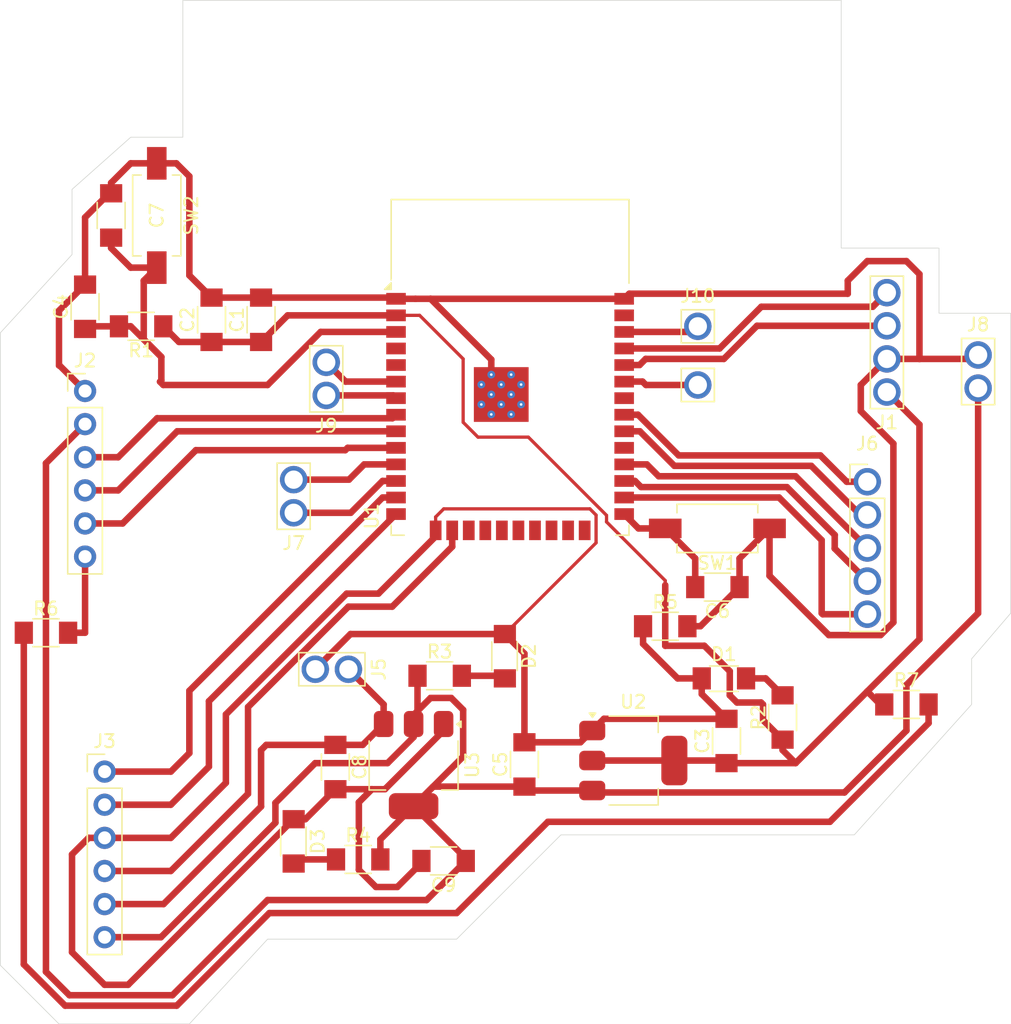
<source format=kicad_pcb>
(kicad_pcb
	(version 20240108)
	(generator "pcbnew")
	(generator_version "8.0")
	(general
		(thickness 1.6)
		(legacy_teardrops no)
	)
	(paper "A4")
	(layers
		(0 "F.Cu" signal)
		(31 "B.Cu" signal)
		(32 "B.Adhes" user "B.Adhesive")
		(33 "F.Adhes" user "F.Adhesive")
		(34 "B.Paste" user)
		(35 "F.Paste" user)
		(36 "B.SilkS" user "B.Silkscreen")
		(37 "F.SilkS" user "F.Silkscreen")
		(38 "B.Mask" user)
		(39 "F.Mask" user)
		(40 "Dwgs.User" user "User.Drawings")
		(41 "Cmts.User" user "User.Comments")
		(42 "Eco1.User" user "User.Eco1")
		(43 "Eco2.User" user "User.Eco2")
		(44 "Edge.Cuts" user)
		(45 "Margin" user)
		(46 "B.CrtYd" user "B.Courtyard")
		(47 "F.CrtYd" user "F.Courtyard")
		(48 "B.Fab" user)
		(49 "F.Fab" user)
		(50 "User.1" user)
		(51 "User.2" user)
		(52 "User.3" user)
		(53 "User.4" user)
		(54 "User.5" user)
		(55 "User.6" user)
		(56 "User.7" user)
		(57 "User.8" user)
		(58 "User.9" user)
	)
	(setup
		(pad_to_mask_clearance 0)
		(allow_soldermask_bridges_in_footprints no)
		(pcbplotparams
			(layerselection 0x00010fc_ffffffff)
			(plot_on_all_layers_selection 0x0000000_00000000)
			(disableapertmacros no)
			(usegerberextensions no)
			(usegerberattributes yes)
			(usegerberadvancedattributes yes)
			(creategerberjobfile yes)
			(dashed_line_dash_ratio 12.000000)
			(dashed_line_gap_ratio 3.000000)
			(svgprecision 4)
			(plotframeref no)
			(viasonmask no)
			(mode 1)
			(useauxorigin no)
			(hpglpennumber 1)
			(hpglpenspeed 20)
			(hpglpendiameter 15.000000)
			(pdf_front_fp_property_popups yes)
			(pdf_back_fp_property_popups yes)
			(dxfpolygonmode yes)
			(dxfimperialunits yes)
			(dxfusepcbnewfont yes)
			(psnegative no)
			(psa4output no)
			(plotreference yes)
			(plotvalue yes)
			(plotfptext yes)
			(plotinvisibletext no)
			(sketchpadsonfab no)
			(subtractmaskfromsilk no)
			(outputformat 1)
			(mirror no)
			(drillshape 1)
			(scaleselection 1)
			(outputdirectory "")
		)
	)
	(net 0 "")
	(net 1 "/VDD33")
	(net 2 "GND")
	(net 3 "/EN")
	(net 4 "/5v")
	(net 5 "/IO0")
	(net 6 "/11v")
	(net 7 "Net-(D1-A)")
	(net 8 "Net-(D2-A)")
	(net 9 "Net-(D3-A)")
	(net 10 "/Rx")
	(net 11 "/Tx")
	(net 12 "/PWMA GPIO32")
	(net 13 "/AIN2 GPIO33")
	(net 14 "/STEP GPIO14")
	(net 15 "/EN GPIO13")
	(net 16 "/DIR GPIO12")
	(net 17 "/SDA GPIO21")
	(net 18 "/SCL GPIO22")
	(net 19 "Net-(J6-Pin_1)")
	(net 20 "Net-(J6-Pin_2)")
	(net 21 "Net-(J6-Pin_4)")
	(net 22 "Net-(J6-Pin_3)")
	(net 23 "Net-(J6-Pin_5)")
	(net 24 "Net-(J7-Pin_1)")
	(net 25 "Net-(J7-Pin_2)")
	(net 26 "/GPIO34")
	(net 27 "/GPIO35")
	(net 28 "unconnected-(U1-SCK{slash}CLK-Pad20)")
	(net 29 "unconnected-(U1-SENSOR_VN-Pad5)")
	(net 30 "unconnected-(U1-SDI{slash}SD1-Pad22)")
	(net 31 "unconnected-(U1-SWP{slash}SD3-Pad18)")
	(net 32 "unconnected-(U1-SDO{slash}SD0-Pad21)")
	(net 33 "unconnected-(U1-SHD{slash}SD2-Pad17)")
	(net 34 "unconnected-(U1-SCS{slash}CMD-Pad19)")
	(net 35 "unconnected-(U1-SENSOR_VP-Pad4)")
	(net 36 "unconnected-(U1-NC-Pad32)")
	(net 37 "unconnected-(U1-IO2-Pad24)")
	(net 38 "unconnected-(U1-IO5-Pad29)")
	(net 39 "unconnected-(U1-IO15-Pad23)")
	(net 40 "unconnected-(U1-IO23-Pad37)")
	(net 41 "/AIN1 GPIO_10")
	(footprint "fab:PinHeader_1x02_P2.54mm_Vertical_THT_D1.4mm" (layer "F.Cu") (at 125.5 91.8 180))
	(footprint "fab:R_1206" (layer "F.Cu") (at 106.5 101))
	(footprint "fab:C_1206" (layer "F.Cu") (at 158.7 109.3 90))
	(footprint "fab:Button_CnK_PTS636.0_6x3.5mm" (layer "F.Cu") (at 158 93 180))
	(footprint "fab:C_1206" (layer "F.Cu") (at 137 118.5 180))
	(footprint "Package_TO_SOT_SMD:SOT-223-3_TabPin2" (layer "F.Cu") (at 134.7 111.15 -90))
	(footprint "fab:Button_CnK_PTS636.0_6x3.5mm" (layer "F.Cu") (at 115 69 -90))
	(footprint "fab:LED_1206" (layer "F.Cu") (at 158.5 104.5))
	(footprint "fab:R_1206" (layer "F.Cu") (at 130.45 118.385))
	(footprint "fab:C_1206" (layer "F.Cu") (at 111.5 69 -90))
	(footprint "fab:R_1206" (layer "F.Cu") (at 163 107.5 90))
	(footprint "fab:R_1206" (layer "F.Cu") (at 154 100.5))
	(footprint "fab:R_1206" (layer "F.Cu") (at 113.8 77.5 180))
	(footprint "fab:PinHeader_1x01_P2.54mm_Vertical_THT_D1.4mm" (layer "F.Cu") (at 156.5 82))
	(footprint "fab:PinHeader_1x02_P2.54mm_Vertical_THT_D1.4mm" (layer "F.Cu") (at 129.7 103.8 -90))
	(footprint "fab:PinHeader_1x02_P2.54mm_Vertical_THT_D1.4mm" (layer "F.Cu") (at 128 82.8 180))
	(footprint "fab:R_1206" (layer "F.Cu") (at 172.5 106.5))
	(footprint "fab:LED_1206" (layer "F.Cu") (at 141.7 102.8 -90))
	(footprint "fab:PinHeader_1x05_P2.54mm_Vertical_THT_D1.4mm" (layer "F.Cu") (at 169.5 89.42))
	(footprint "fab:PinHeader_1x04_P2.54mm_Vertical_THT_D1.4mm" (layer "F.Cu") (at 171 82.54 180))
	(footprint "fab:C_1206" (layer "F.Cu") (at 128.7 111.3 -90))
	(footprint "fab:PinHeader_1x06_P2.54mm_Vertical_THT_D1mm" (layer "F.Cu") (at 111 111.65))
	(footprint "fab:C_1206" (layer "F.Cu") (at 109.5 76 90))
	(footprint "fab:PinHeader_1x06_P2.54mm_Vertical_THT_D1mm" (layer "F.Cu") (at 109.5 82.46))
	(footprint "Package_TO_SOT_SMD:SOT-223-3_TabPin2" (layer "F.Cu") (at 151.55 110.8))
	(footprint "fab:PinHeader_1x02_P2.54mm_Vertical_THT_D1.4mm" (layer "F.Cu") (at 178 79.7))
	(footprint "fab:R_1206" (layer "F.Cu") (at 136.7 104.3))
	(footprint "fab:PinHeader_1x01_P2.54mm_Vertical_THT_D1.4mm" (layer "F.Cu") (at 156.5 77.5))
	(footprint "fab:C_1206" (layer "F.Cu") (at 123 77 90))
	(footprint "fab:LED_1206" (layer "F.Cu") (at 125.5 117 -90))
	(footprint "fab:C_1206" (layer "F.Cu") (at 158 97.5 180))
	(footprint "fab:C_1206" (layer "F.Cu") (at 119.2 77 90))
	(footprint "fab:C_1206" (layer "F.Cu") (at 143.2 111.1 90))
	(footprint "RF_Module:ESP32-WROOM-32" (layer "F.Cu") (at 142.1 83.64))
	(gr_poly
		(pts
			(xy 107.5 131) (xy 117.5 131) (xy 123.5 124.5) (xy 138 124.5) (xy 146 116.5) (xy 168.5 116.5) (xy 177.5 106.5)
			(xy 177.5 103) (xy 180.5 99.5) (xy 180.5 76.5) (xy 175 76.5) (xy 175 71.5) (xy 167.5 71.5) (xy 167.5 52.5)
			(xy 117 52.5) (xy 117 63) (xy 113 63) (xy 108.5 67) (xy 108.5 72) (xy 103 78) (xy 103 101.5) (xy 103 126.5)
		)
		(stroke
			(width 0.05)
			(type solid)
		)
		(fill none)
		(layer "Edge.Cuts")
		(uuid "4d10da87-72f9-4bab-9ab4-0e5f5080f5a6")
	)
	(segment
		(start 174.2 106.5)
		(end 174.2 107.93137)
		(width 0.5)
		(layer "F.Cu")
		(net 1)
		(uuid "0c7692ba-b9eb-47d4-b42b-422073658762")
	)
	(segment
		(start 158.95 103.95)
		(end 158.95 105.8)
		(width 0.5)
		(layer "F.Cu")
		(net 1)
		(uuid "0c9c7d6f-6d46-4d7b-864c-266d6c1c1517")
	)
	(segment
		(start 139.64 86)
		(end 138.5 84.86)
		(width 0.25)
		(layer "F.Cu")
		(net 1)
		(uuid "0d84fc1d-2494-43c7-9cc3-145cec328718")
	)
	(segment
		(start 154 97.35)
		(end 154 102)
		(width 0.5)
		(layer "F.Cu")
		(net 1)
		(uuid "134df48d-81ca-46ca-99e5-4ed8a2c091d4")
	)
	(segment
		(start 135.16 76.66)
		(end 133.35 76.66)
		(width 0.25)
		(layer "F.Cu")
		(net 1)
		(uuid "1556d7ac-6617-4a50-baf5-22e20dfafb32")
	)
	(segment
		(start 161.35 106.35)
		(end 161.5 106.5)
		(width 0.5)
		(layer "F.Cu")
		(net 1)
		(uuid "16c2af19-0244-4d97-a427-89ae3cf743df")
	)
	(segment
		(start 149.5 92)
		(end 143.5 86)
		(width 0.25)
		(layer "F.Cu")
		(net 1)
		(uuid "200c5b39-9af1-4a47-a495-b877f88baae8")
	)
	(segment
		(start 164 111)
		(end 169.5 105.5)
		(width 0.5)
		(layer "F.Cu")
		(net 1)
		(uuid "21f4fa2a-d6ad-43bd-b212-7573ef0eb6c7")
	)
	(segment
		(start 158.5 110.8)
		(end 158.7 111)
		(width 0.5)
		(layer "F.Cu")
		(net 1)
		(uuid "3087ca27-55d7-414b-8de8-144f965aac5a")
	)
	(segment
		(start 158.7 111)
		(end 164 111)
		(width 0.5)
		(layer "F.Cu")
		(net 1)
		(uuid "3c050c06-6229-4acb-86b3-024dd9f28412")
	)
	(segment
		(start 123 78.7)
		(end 119.2 78.7)
		(width 0.5)
		(layer "F.Cu")
		(net 1)
		(uuid "3feed448-b6bc-4a3e-85d8-62a966ef2c01")
	)
	(segment
		(start 125.04 76.66)
		(end 123 78.7)
		(width 0.5)
		(layer "F.Cu")
		(net 1)
		(uuid "48f6da81-0d07-4c93-9290-03e4b8dfa98c")
	)
	(segment
		(start 154 102)
		(end 157 102)
		(width 0.5)
		(layer "F.Cu")
		(net 1)
		(uuid "4922f7c9-6608-4bfc-aafe-41cb68601215")
	)
	(segment
		(start 148.4 110.8)
		(end 154.7 110.8)
		(width 0.5)
		(layer "F.Cu")
		(net 1)
		(uuid "4a08177f-edfa-4d75-9ba8-8d12aecaa952")
	)
	(segment
		(start 158.95 105.8)
		(end 159.5 106.35)
		(width 0.5)
		(layer "F.Cu")
		(net 1)
		(uuid "4d9db21d-1a7e-48a0-9ab8-614ab32dd7c9")
	)
	(segment
		(start 154 97)
		(end 149.5 92.5)
		(width 0.25)
		(layer "F.Cu")
		(net 1)
		(uuid "500f4736-8efd-41e0-9f65-dfa713d4922b")
	)
	(segment
		(start 173.5 85.04)
		(end 171 82.54)
		(width 0.5)
		(layer "F.Cu")
		(net 1)
		(uuid "55e549d9-46ad-4103-942a-33f604ef2a05")
	)
	(segment
		(start 163 110)
		(end 164 111)
		(width 0.5)
		(layer "F.Cu")
		(net 1)
		(uuid "5a0de884-4939-4391-9dc0-53643120020f")
	)
	(segment
		(start 107.96863 129.6)
		(end 104.8 126.43137)
		(width 0.5)
		(layer "F.Cu")
		(net 1)
		(uuid "5dc848da-c6dd-4426-88a9-40770cfd4742")
	)
	(segment
		(start 154 97.35)
		(end 154 97)
		(width 0.25)
		(layer "F.Cu")
		(net 1)
		(uuid "6d3b4c96-3a0f-4386-a71f-49527a746b1a")
	)
	(segment
		(start 170.5 106.5)
		(end 169.5 105.5)
		(width 0.5)
		(layer "F.Cu")
		(net 1)
		(uuid "6ff18b44-c17f-43ed-a0e2-dd1a23e0d418")
	)
	(segment
		(start 123.63137 122.5)
		(end 116.53137 129.6)
		(width 0.5)
		(layer "F.Cu")
		(net 1)
		(uuid "718b1f69-30d1-4214-869c-5b68dbe2ea93")
	)
	(segment
		(start 169.5 105.5)
		(end 173.5 101.5)
		(width 0.5)
		(layer "F.Cu")
		(net 1)
		(uuid "720a9f01-58da-4548-bd97-96034da6606c")
	)
	(segment
		(start 143.5 86)
		(end 139.64 86)
		(width 0.25)
		(layer "F.Cu")
		(net 1)
		(uuid "7f5fc173-1be3-44e5-931e-9e3b5c6cdfb5")
	)
	(segment
		(start 109.5 101)
		(end 109.5 95.16)
		(width 0.5)
		(layer "F.Cu")
		(net 1)
		(uuid "8819e3c0-0b9d-41d0-a1c3-777cfa242748")
	)
	(segment
		(start 163 109.2)
		(end 163 110)
		(width 0.5)
		(layer "F.Cu")
		(net 1)
		(uuid "92aa6d97-12f3-4ea5-9f16-4318141ee33d")
	)
	(segment
		(start 138.5 80)
		(end 135.16 76.66)
		(width 0.25)
		(layer "F.Cu")
		(net 1)
		(uuid "98c307f0-f594-472b-83c7-51502cbe0d1c")
	)
	(segment
		(start 166.63137 115.5)
		(end 145 115.5)
		(width 0.5)
		(layer "F.Cu")
		(net 1)
		(uuid "990c8640-d689-465f-9218-f12e2277a59a")
	)
	(segment
		(start 159.5 106.35)
		(end 161.35 106.35)
		(width 0.5)
		(layer "F.Cu")
		(net 1)
		(uuid "a46225ab-0aea-4141-bcbe-ff30b9247e55")
	)
	(segment
		(start 161.5 107.7)
		(end 163 109.2)
		(width 0.5)
		(layer "F.Cu")
		(net 1)
		(uuid "abbbad42-23b2-4725-adcc-6ce0714c8d34")
	)
	(segment
		(start 157 102)
		(end 158.95 103.95)
		(width 0.5)
		(layer "F.Cu")
		(net 1)
		(uuid "b17ae017-8222-4c24-ad6d-d7095a7584d0")
	)
	(segment
		(start 109.5 101)
		(end 108.2 101)
		(width 0.5)
		(layer "F.Cu")
		(net 1)
		(uuid "b2014520-c204-471c-9a54-3e6d14d95851")
	)
	(segment
		(start 170.8 106.5)
		(end 170.5 106.5)
		(width 0.5)
		(layer "F.Cu")
		(net 1)
		(uuid "b4a58634-1ceb-48fe-8218-6552ad4358b1")
	)
	(segment
		(start 119.2 78.7)
		(end 116.7 78.7)
		(width 0.5)
		(layer "F.Cu")
		(net 1)
		(uuid "bd0e8c3a-ed43-40f8-91a5-750b464f42ae")
	)
	(segment
		(start 173.5 101.5)
		(end 173.5 85.04)
		(width 0.5)
		(layer "F.Cu")
		(net 1)
		(uuid "c61a0372-1760-4422-849e-dac6329fc70f")
	)
	(segment
		(start 138.5 84.86)
		(end 138.5 80)
		(width 0.25)
		(layer "F.Cu")
		(net 1)
		(uuid "c832ac71-0085-4b55-9d55-1ad2214cd284")
	)
	(segment
		(start 119.04 78.54)
		(end 119.2 78.7)
		(width 0.5)
		(layer "F.Cu")
		(net 1)
		(uuid "cb700aa0-62d7-4ddd-92d3-7ee5ce3c9006")
	)
	(segment
		(start 161.5 106.5)
		(end 161.5 107.7)
		(width 0.5)
		(layer "F.Cu")
		(net 1)
		(uuid "d2ae0f06-edd2-445c-a3b8-470b14ed14e2")
	)
	(segment
		(start 149.5 92.5)
		(end 149.5 92)
		(width 0.25)
		(layer "F.Cu")
		(net 1)
		(uuid "d4c6f9d6-72ed-4708-947e-6374d928f379")
	)
	(segment
		(start 138 122.5)
		(end 123.63137 122.5)
		(width 0.5)
		(layer "F.Cu")
		(net 1)
		(uuid "d5aaf3fc-295d-4e22-94a2-9ad946d67b5e")
	)
	(segment
		(start 116.53137 129.6)
		(end 107.96863 129.6)
		(width 0.5)
		(layer "F.Cu")
		(net 1)
		(uuid "d7ab9d20-f26b-4762-ab9a-e0bb8c90f36f")
	)
	(segment
		(start 174.2 107.93137)
		(end 166.63137 115.5)
		(width 0.5)
		(layer "F.Cu")
		(net 1)
		(uuid "d7c20aa0-df5d-4420-9faf-f0e2242e3b08")
	)
	(segment
		(start 145 115.5)
		(end 138 122.5)
		(width 0.5)
		(layer "F.Cu")
		(net 1)
		(uuid "eb980c99-b7a6-48c1-ba82-ab71a7ef61bf")
	)
	(segment
		(start 104.8 126.43137)
		(end 104.8 101)
		(width 0.5)
		(layer "F.Cu")
		(net 1)
		(uuid "f2e0f66b-e692-4355-a3c4-42f38aa47a27")
	)
	(segment
		(start 154.7 110.8)
		(end 158.5 110.8)
		(width 0.5)
		(layer "F.Cu")
		(net 1)
		(uuid "f501bf74-024c-41cb-bfe1-36d7c5994c81")
	)
	(segment
		(start 116.7 78.7)
		(end 115.5 77.5)
		(width 0.5)
		(layer "F.Cu")
		(net 1)
		(uuid "fe2484b3-b375-4880-81c2-6b8ff1d041db")
	)
	(segment
		(start 133.35 76.66)
		(end 125.04 76.66)
		(width 0.5)
		(layer "F.Cu")
		(net 1)
		(uuid "ffb446c3-5300-46b3-92cd-acf6cfa946b0")
	)
	(segment
		(start 159.7 97.5)
		(end 159.7 95.3)
		(width 0.5)
		(layer "F.Cu")
		(net 2)
		(uuid "001d4595-2f3d-404d-8de7-2405d4dc8645")
	)
	(segment
		(start 133.26 75.3)
		(end 133.35 75.39)
		(width 0.5)
		(layer "F.Cu")
		(net 2)
		(uuid "094d589e-ce77-428b-ada3-94697cf498fc")
	)
	(segment
		(start 107.5 80.5)
		(end 107.5 76.3)
		(width 0.5)
		(layer "F.Cu")
		(net 2)
		(uuid "0bacd60c-882f-4667-8669-3ffa5ef7519a")
	)
	(segment
		(start 172.5 72.5)
		(end 173.5 73.5)
		(width 0.5)
		(layer "F.Cu")
		(net 2)
		(uuid "11ab83e5-f27d-41de-9362-1d055327f3e3")
	)
	(segment
		(start 131.815 120.5)
		(end 130.5 119.185)
		(width 0.5)
		(layer "F.Cu")
		(net 2)
		(uuid "1a36c487-251c-4afc-acbb-ba07797899fd")
	)
	(segment
		(start 111 128)
		(end 112.8 128)
		(width 0.5)
		(layer "F.Cu")
		(net 2)
		(uuid "1e8e59c1-338d-4145-84e2-01d6e8f5bd3a")
	)
	(segment
		(start 128.7 113)
		(end 131.5 113)
		(width 0.5)
		(layer "F.Cu")
		(net 2)
		(uuid "24353474-e9ad-4012-9b30-d1ed4545b32f")
	)
	(segment
		(start 126.4 115.3)
		(end 128.7 113)
		(width 0.5)
		(layer "F.Cu")
		(net 2)
		(uuid "2531814f-9ba7-496a-83e4-df4c112d688c")
	)
	(segment
		(start 162 96.63137)
		(end 166.548629 101.18)
		(width 0.5)
		(layer "F.Cu")
		(net 2)
		(uuid "27d0bbee-b84a-49d4-9f4c-e333dd4e3d28")
	)
	(segment
		(start 113 65)
		(end 111.5 66.5)
		(width 0.5)
		(layer "F.Cu")
		(net 2)
		(uuid "2a163327-4741-4b6e-99bc-1b9a4abb0733")
	)
	(segment
		(start 177.7 80)
		(end 178 79.7)
		(width 0.5)
		(layer "F.Cu")
		(net 2)
		(uuid "2afd362c-b1e4-4a5a-8cc4-1fbbfa70309e")
	)
	(segment
		(start 143.2 109.4)
		(end 147.5 109.4)
		(width 0.5)
		(layer "F.Cu")
		(net 2)
		(uuid "2c50f358-db58-41da-8781-1ea8428d9acf")
	)
	(segment
		(start 151.24 75)
		(end 168 75)
		(width 0.5)
		(layer "F.Cu")
		(net 2)
		(uuid "2ea950c4-d9de-41c1-8301-53961c261852")
	)
	(segment
		(start 171 80)
		(end 173.5 80)
		(width 0.5)
		(layer "F.Cu")
		(net 2)
		(uuid "3035a4f9-6c69-4f00-9ef4-95ccf40c5879")
	)
	(segment
		(start 156.8 105.7)
		(end 158.7 107.6)
		(width 0.5)
		(layer "F.Cu")
		(net 2)
		(uuid "321aea94-d934-40a5-8a61-b6cca000c6eb")
	)
	(segment
		(start 148.695 94.105)
		(end 141.7 101.1)
		(width 0.25)
		(layer "F.Cu")
		(net 2)
		(uuid "384256a7-6d87-4eed-8186-180f5efe5ae7")
	)
	(segment
		(start 129.86 101.1)
		(end 127.16 103.8)
		(width 0.5)
		(layer "F.Cu")
		(net 2)
		(uuid "3917cbdd-3825-4785-87b2-5b2a7586c83e")
	)
	(segment
		(start 125.5 115.3)
		(end 126.4 115.3)
		(width 0.5)
		(layer "F.Cu")
		(net 2)
		(uuid "39d04a74-6f9b-4140-9bcc-4b65ba66545e")
	)
	(segment
		(start 120.3 107.265888)
		(end 129.565888 98)
		(width 0.5)
		(layer "F.Cu")
		(net 2)
		(uuid "3bbe1b26-8d86-434b-b484-aea5adee4f1a")
	)
	(segment
		(start 123 75.3)
		(end 133.26 75.3)
		(width 0.5)
		(layer "F.Cu")
		(net 2)
		(uuid "3d601e1c-98da-4c09-8228-1aad8b1fc154")
	)
	(segment
		(start 159.7 95.3)
		(end 162 93)
		(width 0.5)
		(layer "F.Cu")
		(net 2)
		(uuid "3ef15d26-e46c-4d5b-b9b4-2ccf2ac44f37")
	)
	(segment
		(start 111.5 66.5)
		(end 111.5 67.3)
		(width 0.5)
		(layer "F.Cu")
		(net 2)
		(uuid "3f185d94-23eb-4159-afa5-20265d21778a")
	)
	(segment
		(start 141.9 101.1)
		(end 141.7 101.1)
		(width 0.5)
		(layer "F.Cu")
		(net 2)
		(uuid "41eb20c2-7a3d-44b1-87ac-f2580eab0835")
	)
	(segment
		(start 119.2 75.3)
		(end 123 75.3)
		(width 0.5)
		(layer "F.Cu")
		(net 2)
		(uuid "433f40fc-8f8b-4096-8097-5c81c548db61")
	)
	(segment
		(start 127.16 103.8)
		(end 127 103.96)
		(width 0.5)
		(layer "F.Cu")
		(net 2)
		(uuid "444dcade-2d05-4c54-9d07-5599ef318e43")
	)
	(segment
		(start 140.6575 81.205)
		(end 140.6575 80.0475)
		(width 0.5)
		(layer "F.Cu")
		(net 2)
		(uuid "455ea4da-6095-46dd-920a-f744bf606985")
	)
	(segment
		(start 130.5 114)
		(end 131.5 113)
		(width 0.5)
		(layer "F.Cu")
		(net 2)
		(uuid "467fbb9d-1963-464f-945e-b5c12f056926")
	)
	(segment
		(start 117.5 73.593554)
		(end 117.5 66)
		(width 0.5)
		(layer "F.Cu")
		(net 2)
		(uuid "4752b462-06c6-409c-9306-d22fd92297b9")
	)
	(segment
		(start 136.39 93.15)
		(end 136.39 92.12)
		(width 0.25)
		(layer "F.Cu")
		(net 2)
		(uuid "47aa293c-5e10-45a0-a4e6-1162f0df47d0")
	)
	(segment
		(start 173.5 80)
		(end 177.7 80)
		(width 0.5)
		(layer "F.Cu")
		(net 2)
		(uuid "55d11ca2-bb8e-4db2-917c-3439906483f1")
	)
	(segment
		(start 135.3 118.65)
		(end 133.45 120.5)
		(width 0.5)
		(layer "F.Cu")
		(net 2)
		(uuid "5a0f6acc-f91e-4b16-aa98-a3e3bf634ffa")
	)
	(segment
		(start 109.77 116.73)
		(end 108.5 118)
		(width 0.5)
		(layer "F.Cu")
		(net 2)
		(uuid "616236e9-cc4c-406c-bf9a-07787fcdf4dd")
	)
	(segment
		(start 116.08 116.73)
		(end 120.3 112.51)
		(width 0.5)
		(layer "F.Cu")
		(net 2)
		(uuid "647daa74-7636-46a3-8d0c-5155053cc35d")
	)
	(segment
		(start 111 116.73)
		(end 109.77 116.73)
		(width 0.5)
		(layer "F.Cu")
		(net 2)
		(uuid "69af2d62-3838-46ff-a767-9e2dbe0f0f7d")
	)
	(segment
		(start 171.5 100.2)
		(end 171.5 86.5)
		(width 0.5)
		(layer "F.Cu")
		(net 2)
		(uuid "6d05fb67-c474-4b26-81c3-29fae2c36ddf")
	)
	(segment
		(start 152.3 101.85)
		(end 154.95 104.5)
		(width 0.5)
		(layer "F.Cu")
		(net 2)
		(uuid "6da98e2a-e178-4b83-b9aa-8892e5b861cf")
	)
	(segment
		(start 168 75)
		(end 168 74)
		(width 0.5)
		(layer "F.Cu")
		(net 2)
		(uuid "6fc6436b-88ed-4180-b587-1660858a8a50")
	)
	(segment
		(start 152.3 100.5)
		(end 152.3 101.85)
		(width 0.5)
		(layer "F.Cu")
		(net 2)
		(uuid "70bba9d9-08ac-43c1-b931-c4a7da69be98")
	)
	(segment
		(start 166.548629 101.18)
		(end 170.52 101.18)
		(width 0.5)
		(layer "F.Cu")
		(net 2)
		(uuid "71820258-a170-4031-ab7e-2ad215789ae9")
	)
	(segment
		(start 109.5 69.15)
		(end 109.5 74.3)
		(width 0.5)
		(layer "F.Cu")
		(net 2)
		(uuid "74003146-4723-4149-9fbf-499ea5ede848")
	)
	(segment
		(start 119.2 75.293554)
		(end 117.5 73.593554)
		(width 0.5)
		(layer "F.Cu")
		(net 2)
		(uuid "794e00b6-5b0a-418d-9e9b-14d79f13a135")
	)
	(segment
		(start 116.5 65)
		(end 115 65)
		(width 0.5)
		(layer "F.Cu")
		(net 2)
		(uuid "8059776c-a741-4490-8a08-a075ac8e9863")
	)
	(segment
		(start 115 65)
		(end 113 65)
		(width 0.5)
		(layer "F.Cu")
		(net 2)
		(uuid "82a640e7-a1b8-47af-9862-9a9d3e5ca54f")
	)
	(segment
		(start 119.2 75.3)
		(end 119.2 75.293554)
		(width 0.5)
		(layer "F.Cu")
		(net 2)
		(uuid "839a4247-806a-4306-a7c3-5f67c83ae976")
	)
	(segment
		(start 162 93)
		(end 162 96.63137)
		(width 0.5)
		(layer "F.Cu")
		(net 2)
		(uuid "85594e6e-287d-40d5-9b0e-2d1025be5862")
	)
	(segment
		(start 169 82)
		(end 171 80)
		(width 0.5)
		(layer "F.Cu")
		(net 2)
		(uuid "89fb9de4-46de-4f25-8236-1e82fc3ce1ac")
	)
	(segment
		(start 141.7 101.1)
		(end 143.2 102.6)
		(width 0.5)
		(layer "F.Cu")
		(net 2)
		(uuid "91eb0a50-f191-497a-af0e-1e0353b123c7")
	)
	(segment
		(start 120.3 112.51)
		(end 120.3 107.265888)
		(width 0.5)
		(layer "F.Cu")
		(net 2)
		(uuid "92ba7f55-6867-4aea-9f69-29cc0c2a4264")
	)
	(segment
		(start 130.5 119.185)
		(end 130.5 114)
		(width 0.5)
		(layer "F.Cu")
		(net 2)
		(uuid "951c6f6e-367a-4c84-98df-b95bacb05ac9")
	)
	(segment
		(start 108.5 118)
		(end 108.5 125.5)
		(width 0.5)
		(layer "F.Cu")
		(net 2)
		(uuid "953a505b-7af2-4abf-9f8e-fb0775b453d1")
	)
	(segment
		(start 134.8425 75.39)
		(end 133.35 75.39)
		(width 0.5)
		(layer "F.Cu")
		(net 2)
		(uuid "95406ad3-603c-41d9-9ffb-8fda994ca89b")
	)
	(segment
		(start 137.01 91.5)
		(end 148.22 91.5)
		(width 0.25)
		(layer "F.Cu")
		(net 2)
		(uuid "955d37b7-a214-4c49-88cf-faad37707e56")
	)
	(segment
		(start 168 74)
		(end 169.5 72.5)
		(width 0.5)
		(layer "F.Cu")
		(net 2)
		(uuid "95af6962-2813-4884-aeed-463856fa5a19")
	)
	(segment
		(start 107.5 76.3)
		(end 109.5 74.3)
		(width 0.5)
		(layer "F.Cu")
		(net 2)
		(uuid "a2a4b302-58e5-4334-bbc0-dd543ee7b2ce")
	)
	(segment
		(start 141.7 101.1)
		(end 129.86 101.1)
		(width 0.5)
		(layer "F.Cu")
		(net 2)
		(uuid "a66941d0-9994-4228-9619-da03b17fd088")
	)
	(segment
		(start 117.5 66)
		(end 116.5 65)
		(width 0.5)
		(layer "F.Cu")
		(net 2)
		(uuid "a944cf2d-d025-4ff4-b2b0-f3d8d43d624b")
	)
	(segment
		(start 133.45 120.5)
		(end 131.815 120.5)
		(width 0.5)
		(layer "F.Cu")
		(net 2)
		(uuid "aa69bed7-3e7d-48cb-b6b8-fd71af233244")
	)
	(segment
		(start 131.5 113)
		(end 132.5 113)
		(width 0.5)
		(layer "F.Cu")
		(net 2)
		(uuid "b0786bf8-75fb-4671-bfa0-6a5222c124aa")
	)
	(segment
		(start 170.52 101.18)
		(end 171.5 100.2)
		(width 0.5)
		(layer "F.Cu")
		(net 2)
		(uuid "b11fbfad-20e9-4a10-b55c-0421d2db3413")
	)
	(segment
		(start 156.8 104.5)
		(end 156.8 105.7)
		(width 0.5)
		(layer "F.Cu")
		(net 2)
		(uuid "ba403ea6-a2e7-40e9-820f-c0834ddc4a20")
	)
	(segment
		(start 132 98)
		(end 136.39 93.61)
		(width 0.5)
		(layer "F.Cu")
		(net 2)
		(uuid "bc7ee353-c6ca-49db-80f9-b282fb009fe1")
	)
	(segment
		(start 108.5 125.5)
		(end 111 128)
		(width 0.5)
		(layer "F.Cu")
		(net 2)
		(uuid "bc97b295-f310-4f55-a7ef-a4831587f410")
	)
	(segment
		(start 111.5 67.3)
		(end 111.35 67.3)
		(width 0.5)
		(layer "F.Cu")
		(net 2)
		(uuid "bd600177-e8a5-4381-8363-120c2fa8d529")
	)
	(segment
		(start 149.3 107.6)
		(end 148.4 108.5)
		(width 0.5)
		(layer "F.Cu")
		(net 2)
		(uuid "c0ac1843-1e87-4903-a675-cb3543beb39d")
	)
	(segment
		(start 136.39 92.12)
		(end 137.01 91.5)
		(width 0.25)
		(layer "F.Cu")
		(net 2)
		(uuid "c0c2b93f-fc29-40c5-9a3b-70e4513f1f25")
	)
	(segment
		(start 148.695 91.975)
		(end 148.695 94.105)
		(width 0.25)
		(layer "F.Cu")
		(net 2)
		(uuid "c5284963-2949-439a-8a18-e0a0f4f92724")
	)
	(segment
		(start 150.85 75.39)
		(end 136 75.39)
		(width 0.5)
		(layer "F.Cu")
		(net 2)
		(uuid "ca1edddd-c1f2-43b1-92db-55387c0931ea")
	)
	(segment
		(start 111 116.73)
		(end 116.08 116.73)
		(width 0.5)
		(layer "F.Cu")
		(net 2)
		(uuid "cac6998a-e1a7-4305-800a-b4f62c61cbe1")
	)
	(segment
		(start 156.7 100.5)
		(end 159.7 97.5)
		(width 0.5)
		(layer "F.Cu")
		(net 2)
		(uuid "cb5ca3a4-7651-4795-a5b3-451156228f0b")
	)
	(segment
		(start 109.5 82.46)
		(end 107.54 80.5)
		(width 0.5)
		(layer "F.Cu")
		(net 2)
		(uuid "ce02c792-2bcc-4965-9164-84b62c2ac505")
	)
	(segment
		(start 132.5 113)
		(end 137 108.5)
		(width 0.5)
		(layer "F.Cu")
		(net 2)
		(uuid "d6cbe650-0bc0-4167-9375-9a833c730835")
	)
	(segment
		(start 136.39 93.61)
		(end 136.39 93.15)
		(width 0.5)
		(layer "F.Cu")
		(net 2)
		(uuid "d7717a6c-814d-4f01-b77e-78c145cb9f09")
	)
	(segment
		(start 143.2 102.6)
		(end 143.2 109.4)
		(width 0.5)
		(layer "F.Cu")
		(net 2)
		(uuid "d78b730d-dd7b-4e42-8696-4541c8bc0ac1")
	)
	(segment
		(start 155.7 100.5)
		(end 156.7 100.5)
		(width 0.5)
		(layer "F.Cu")
		(net 2)
		(uuid "d85b0d03-0c3b-496f-91b8-678fb572118e")
	)
	(segment
		(start 111.35 67.3)
		(end 109.5 69.15)
		(width 0.5)
		(layer "F.Cu")
		(net 2)
		(uuid "dda85706-96c6-4c54-ad30-4c394a14413f")
	)
	(segment
		(start 147.5 109.4)
		(end 148.4 108.5)
		(width 0.5)
		(layer "F.Cu")
		(net 2)
		(uuid "df93a33f-fb5a-4e5a-b471-81b52d5752e3")
	)
	(segment
		(start 150.85 75.39)
		(end 151.24 75)
		(width 0.5)
		(layer "F.Cu")
		(net 2)
		(uuid "e2126e48-feef-42d6-9c2c-bf645d3b0a1a")
	)
	(segment
		(start 171.5 86.5)
		(end 169 84)
		(width 0.5)
		(layer "F.Cu")
		(net 2)
		(uuid "e2cc9c6b-75d7-4168-b578-9ee7f5474661")
	)
	(segment
		(start 136 75.39)
		(end 134.8425 75.39)
		(width 0.5)
		(layer "F.Cu")
		(net 2)
		(uuid "e47d7af9-31c1-484e-b707-9455ff7563a8")
	)
	(segment
		(start 129.565888 98)
		(end 132 98)
		(width 0.5)
		(layer "F.Cu")
		(net 2)
		(uuid "ef50f548-57c5-4f3b-8afb-3269a6aaee6b")
	)
	(segment
		(start 173.5 73.5)
		(end 173.5 80)
		(width 0.5)
		(layer "F.Cu")
		(net 2)
		(uuid "ef5c353a-c99c-4ebf-9d25-c1a507411683")
	)
	(segment
		(start 140.6575 80.0475)
		(end 136 75.39)
		(width 0.5)
		(layer "F.Cu")
		(net 2)
		(uuid "f70102f1-5759-4ec9-a5c7-c037a6691f4f")
	)
	(segment
		(start 148.22 91.5)
		(end 148.695 91.975)
		(width 0.25)
		(layer "F.Cu")
		(net 2)
		(uuid "f7d3e6b4-c732-43e6-a94c-1188ea4f82cf")
	)
	(segment
		(start 158.7 107.6)
		(end 149.3 107.6)
		(width 0.5)
		(layer "F.Cu")
		(net 2)
		(uuid "f7da61b1-e79f-4c8f-bf4a-3007467bf646")
	)
	(segment
		(start 154.95 104.5)
		(end 156.8 104.5)
		(width 0.5)
		(layer "F.Cu")
		(net 2)
		(uuid "f811d6a9-3622-490f-a8b2-eac861f0d3db")
	)
	(segment
		(start 135.3 118.5)
		(end 135.3 118.65)
		(width 0.5)
		(layer "F.Cu")
		(net 2)
		(uuid "f81dbcb6-3ddb-4e84-a0f9-cc306576b33a")
	)
	(segment
		(start 112.8 128)
		(end 125.5 115.3)
		(width 0.5)
		(layer "F.Cu")
		(net 2)
		(uuid "f83e48e8-69f3-4547-9282-712aea0aa2ff")
	)
	(segment
		(start 107.54 80.5)
		(end 107.5 80.5)
		(width 0.5)
		(layer "F.Cu")
		(net 2)
		(uuid "f9e9e1c8-819a-45e0-89c4-3f3592b15a71")
	)
	(segment
		(start 169 84)
		(end 169 82)
		(width 0.5)
		(layer "F.Cu")
		(net 2)
		(uuid "fb75a861-1099-4e05-8e5d-5f49635e8683")
	)
	(segment
		(start 169.5 72.5)
		(end 172.5 72.5)
		(width 0.5)
		(layer "F.Cu")
		(net 2)
		(uuid "fd1d793b-7c84-4e14-8e56-c3cd437993ea")
	)
	(segment
		(start 137 108.5)
		(end 137 108)
		(width 0.5)
		(layer "F.Cu")
		(net 2)
		(uuid "ffae80da-344c-4917-a991-a3956df2a254")
	)
	(segment
		(start 115.25 81.75)
		(end 115.35 81.65)
		(width 0.5)
		(layer "F.Cu")
		(net 3)
		(uuid "0740ddba-d21d-4896-802c-c9b826bb81f5")
	)
	(segment
		(start 111.5 71.5)
		(end 111.5 70.7)
		(width 0.5)
		(layer "F.Cu")
		(net 3)
		(uuid "12ab6ef3-e3a0-4d30-939c-68f9cbedd8af")
	)
	(segment
		(start 109.7 77.5)
		(end 109.5 77.7)
		(width 0.5)
		(layer "F.Cu")
		(net 3)
		(uuid "17113878-12ca-4356-af62-291e2ef85c69")
	)
	(segment
		(start 112.1 77.5)
		(end 113 77.5)
		(width 0.5)
		(layer "F.Cu")
		(net 3)
		(uuid "1c7f9596-6d76-4b40-954a-5041163cd29b")
	)
	(segment
		(start 115.25 81.75)
		(end 115.5 82)
		(width 0.5)
		(layer "F.Cu")
		(net 3)
		(uuid "56dc108f-80f8-4aab-8bae-acfdd630ff8f")
	)
	(segment
		(start 127.57 77.93)
		(end 133.35 77.93)
		(width 0.5)
		(layer "F.Cu")
		(net 3)
		(uuid "67b133eb-f3db-4120-8f7a-0e216a2a82de")
	)
	(segment
		(start 115.35 81.65)
		(end 115.35 79.85)
		(width 0.5)
		(layer "F.Cu")
		(net 3)
		(uuid "8502f61f-0550-4b02-baed-0b0bda937e6e")
	)
	(segment
		(start 113 73)
		(end 111.5 71.5)
		(width 0.5)
		(layer "F.Cu")
		(net 3)
		(uuid "8c8273ba-1aee-4a8d-9c35-42356f4a2ffb")
	)
	(segment
		(start 115 73)
		(end 113 73)
		(width 0.5)
		(layer "F.Cu")
		(net 3)
		(uuid "90f6fbd2-ff42-4054-a4cc-d78119ca3349")
	)
	(segment
		(start 115.5 82)
		(end 123.5 82)
		(width 0.5)
		(layer "F.Cu")
		(net 3)
		(uuid "9a79314c-35c4-4de2-8f43-f0b23ec91e80")
	)
	(segment
		(start 114 78.5)
		(end 115.35 79.85)
		(width 0.5)
		(layer "F.Cu")
		(net 3)
		(uuid "ae0fb186-ea33-4593-94ec-7ba578d31491")
	)
	(segment
		(start 123.5 82)
		(end 127.57 77.93)
		(width 0.5)
		(layer "F.Cu")
		(net 3)
		(uuid "be006e14-2b78-4c48-8f2d-56aa89067c4c")
	)
	(segment
		(start 113 77.5)
		(end 115.35 79.85)
		(width 0.5)
		(layer "F.Cu")
		(net 3)
		(uuid "e1145cc1-57be-4355-b11c-652de1a28e6d")
	)
	(segment
		(start 114 74)
		(end 114 78.5)
		(width 0.5)
		(layer "F.Cu")
		(net 3)
		(uuid "e47ddafd-020d-400c-b126-a530afa9c3d9")
	)
	(segment
		(start 115 73)
		(end 114 74)
		(width 0.5)
		(layer "F.Cu")
		(net 3)
		(uuid "e5d70bd2-b01a-4f13-ab81-5ab4d4ad0f79")
	)
	(segment
		(start 112.1 77.5)
		(end 109.7 77.5)
		(width 0.5)
		(layer "F.Cu")
		(net 3)
		(uuid "f6aaa94a-01ef-4b68-9768-9c8e30296f8d")
	)
	(segment
		(start 134.7 107.3)
		(end 136 106)
		(width 0.5)
		(layer "F.Cu")
		(net 4)
		(uuid "00d0e29f-f0f7-41e6-ae5b-14c3360683a9")
	)
	(segment
		(start 172.5 105)
		(end 178 99.5)
		(width 0.5)
		(layer "F.Cu")
		(net 4)
		(uuid "04ac8b12-50da-48dc-b01a-3bf8c5b0910e")
	)
	(segment
		(start 132.15 118.385)
		(end 132.15 116.85)
		(width 0.5)
		(layer "F.Cu")
		(net 4)
		(uuid "0aabba98-e5fa-4635-8308-8a052f45a0d1")
	)
	(segment
		(start 132.15 116.85)
		(end 134.7 114.3)
		(width 0.5)
		(layer "F.Cu")
		(net 4)
		(uuid "0b644b5f-70df-406e-8233-9c5549f01538")
	)
	(segment
		(start 123.5 121.5)
		(end 135.7 121.5)
		(width 0.5)
		(layer "F.Cu")
		(net 4)
		(uuid "0d07ee1b-52d8-4cc4-9f4f-07ebe4592cc3")
	)
	(segment
		(start 135 107.7)
		(end 134.7 108)
		(width 0.5)
		(layer "F.Cu")
		(net 4)
		(uuid "1451b3ba-f29e-4989-a7f0-e15529cbcb81")
	)
	(segment
		(start 137.583363 106)
		(end 138.5 106.916637)
		(width 0.5)
		(layer "F.Cu")
		(net 4)
		(uuid "17f29c8d-71a3-4253-9fd3-916f1c9eb247")
	)
	(segment
		(start 136.2 112.8)
		(end 134.7 114.3)
		(width 0.5)
		(layer "F.Cu")
		(net 4)
		(uuid "1c65ad9d-f762-40b8-bf62-f9ddda40c831")
	)
	(segment
		(start 148.4 113.1)
		(end 143.5 113.1)
		(width 0.5)
		(layer "F.Cu")
		(net 4)
		(uuid "1ccc195b-2a53-437e-9308-10b0ff70da36")
	)
	(segment
		(start 124.1 115.56863)
		(end 124.1 114.05)
		(width 0.5)
		(layer "F.Cu")
		(net 4)
		(uuid "1daee6cf-a1f8-4fc0-9bb8-4e8dcaa92c5d")
	)
	(segment
		(start 135.7 121.5)
		(end 138.7 118.5)
		(width 0.5)
		(layer "F.Cu")
		(net 4)
		(uuid "2227c357-fdfa-44d4-97b6-d88091a6af5d")
	)
	(segment
		(start 138.7 118.5)
		(end 138.7 118.3)
		(width 0.5)
		(layer "F.Cu")
		(net 4)
		(uuid "2f6fd3b6-9851-48f0-b721-14150d36bbaa")
	)
	(segment
		(start 172.5 108.5)
		(end 172.5 105)
		(width 0.5)
		(layer "F.Cu")
		(net 4)
		(uuid "3eafe53d-9308-4a2b-97e3-96d3fe89c8eb")
	)
	(segment
		(start 143.2 112.8)
		(end 136.2 112.8)
		(width 0.5)
		(layer "F.Cu")
		(net 4)
		(uuid "412fcfd5-b57e-4aab-be63-675d4a0741cc")
	)
	(segment
		(start 111 124.35)
		(end 115.31863 124.35)
		(width 0.5)
		(layer "F.Cu")
		(net 4)
		(uuid "4a89c855-8caf-4d9a-a858-d0fe6ebf8834")
	)
	(segment
		(start 134.7 108)
		(end 134.7 107.3)
		(width 0.5)
		(layer "F.Cu")
		(net 4)
		(uuid "4d51c1b6-99f1-40a7-b9a2-bbbd34ac183b")
	)
	(segment
		(start 135 104.3)
		(end 135 107.7)
		(width 0.5)
		(layer "F.Cu")
		(net 4)
		(uuid "59682552-8562-4f08-963a-8db5d17cf766")
	)
	(segment
		(start 138.5 110.5)
		(end 134.7 114.3)
		(width 0.5)
		(layer "F.Cu")
		(net 4)
		(uuid "59db637c-e821-4328-9a06-4cc4dc923147")
	)
	(segment
		(start 134.7 109)
		(end 134.7 108)
		(width 0.5)
		(layer "F.Cu")
		(net 4)
		(uuid "657e3526-925b-41ed-9ac0-f4dbd2c39afb")
	)
	(segment
		(start 132.7 111)
		(end 134.7 109)
		(width 0.5)
		(layer "F.Cu")
		(net 4)
		(uuid "7058026d-81dc-4e87-8db9-15271a74c487")
	)
	(segment
		(start 116.2 128.8)
		(end 123.5 121.5)
		(width 0.5)
		(layer "F.Cu")
		(net 4)
		(uuid "70d0ba4a-b8c8-4f9a-9070-b408e4b39306")
	)
	(segment
		(start 136 106)
		(end 137.583363 106)
		(width 0.5)
		(layer "F.Cu")
		(net 4)
		(uuid "74428306-7810-481f-9e0e-5bc1b5d70743")
	)
	(segment
		(start 106.5 88)
		(end 106.5 127)
		(width 0.5)
		(layer "F.Cu")
		(net 4)
		(uuid "8837338a-7bc0-424c-8cf9-54e5939b02a6")
	)
	(segment
		(start 108.3 128.8)
		(end 116.2 128.8)
		(width 0.5)
		(layer "F.Cu")
		(net 4)
		(uuid "8bc1ab82-b9c8-4eb4-8dd3-b836757c9333")
	)
	(segment
		(start 143.5 113.1)
		(end 143.2 112.8)
		(width 0.5)
		(layer "F.Cu")
		(net 4)
		(uuid "9953f7cc-cd3c-4592-83d3-e5e4a27fb3b2")
	)
	(segment
		(start 138.5 106.916637)
		(end 138.5 110.5)
		(width 0.5)
		(layer "F.Cu")
		(net 4)
		(uuid "a0f70c70-9c37-4074-93aa-0e452d645b55")
	)
	(segment
		(start 167.75 113.25)
		(end 172.5 108.5)
		(width 0.5)
		(layer "F.Cu")
		(net 4)
		(uuid "adc63030-099b-4346-aa7b-680828870db6")
	)
	(segment
		(start 138.7 118.3)
		(end 134.7 114.3)
		(width 0.5)
		(layer "F.Cu")
		(net 4)
		(uuid "c7e2d04f-2203-4ffb-8af9-fe45e5772535")
	)
	(segment
		(start 127.15 111)
		(end 132.7 111)
		(width 0.5)
		(layer "F.Cu")
		(net 4)
		(uuid "c95899be-902f-4c28-82b4-bd044471c255")
	)
	(segment
		(start 178 99.5)
		(end 178 82.24)
		(width 0.5)
		(layer "F.Cu")
		(net 4)
		(uuid "cae9a51f-f6a0-4dcd-b829-94c318a36a90")
	)
	(segment
		(start 148.55 113.25)
		(end 167.75 113.25)
		(width 0.5)
		(layer "F.Cu")
		(net 4)
		(uuid "d4f31c55-8b28-493d-862b-1ea4ed4d29bb")
	)
	(segment
		(start 109.5 85)
		(end 106.5 88)
		(width 0.5)
		(layer "F.Cu")
		(net 4)
		(uuid "e92e3a54-9adb-4875-b917-3afcd6c8be61")
	)
	(segment
		(start 115.31863 124.35)
		(end 124.1 115.56863)
		(width 0.5)
		(layer "F.Cu")
		(net 4)
		(uuid "ecae221d-0397-4998-ab1c-3129376b745e")
	)
	(segment
		(start 148.4 113.1)
		(end 148.55 113.25)
		(width 0.5)
		(layer "F.Cu")
		(net 4)
		(uuid "f547219a-1afe-4560-828b-7bd0fdeeb777")
	)
	(segment
		(start 124.1 114.05)
		(end 127.15 111)
		(width 0.5)
		(layer "F.Cu")
		(net 4)
		(uuid "fafa31ee-b51b-437b-8bca-bce3a1d9aef6")
	)
	(segment
		(start 106.5 127)
		(end 108.3 128.8)
		(width 0.5)
		(layer "F.Cu")
		(net 4)
		(uuid "fcf35f01-4d7d-448a-a7e4-efc5d0492432")
	)
	(segment
		(start 154 93)
		(end 151.95 93)
		(width 0.5)
		(layer "F.Cu")
		(net 5)
		(uuid "44ade097-b816-4dec-b937-ee97a0bd4ec7")
	)
	(segment
		(start 151.95 93)
		(end 150.85 91.9)
		(width 0.5)
		(layer "F.Cu")
		(net 5)
		(uuid "5c185424-9645-4606-b9b9-e19ede83ce0a")
	)
	(segment
		(start 156.3 95.3)
		(end 154 93)
		(width 0.5)
		(layer "F.Cu")
		(net 5)
		(uuid "b8703049-2b00-47b9-93a5-585d5d74512c")
	)
	(segment
		(start 156.3 97.5)
		(end 156.3 95.3)
		(width 0.5)
		(layer "F.Cu")
		(net 5)
		(uuid "b986dcca-4aea-4b58-9fd8-059c9d1c897d")
	)
	(segment
		(start 130.8 109.6)
		(end 132.4 108)
		(width 0.5)
		(layer "F.Cu")
		(net 6)
		(uuid "1cde93cc-bf51-44ea-ab96-8feee304ed46")
	)
	(segment
		(start 111 121.81)
		(end 115.519899 121.81)
		(width 0.5)
		(layer "F.Cu")
		(net 6)
		(uuid "46013591-b1b0-44f3-bb2e-8cd37bfe8b62")
	)
	(segment
		(start 128.7 109.6)
		(end 130.8 109.6)
		(width 0.5)
		(layer "F.Cu")
		(net 6)
		(uuid "463ac180-0b31-40d3-95b0-aa2485594c42")
	)
	(segment
		(start 115.519899 121.81)
		(end 123 114.329899)
		(width 0.5)
		(layer "F.Cu")
		(net 6)
		(uuid "8391caab-3891-4aa2-bd28-c2db2c71eec5")
	)
	(segment
		(start 123 114.329899)
		(end 123 110)
		(width 0.5)
		(layer "F.Cu")
		(net 6)
		(uuid "96cdd2dd-4b65-4519-a755-b3262494d114")
	)
	(segment
		(start 132.4 108)
		(end 132.4 106.5)
		(width 0.5)
		(layer "F.Cu")
		(net 6)
		(uuid "db80999d-dd9e-46ee-b71e-2aea1f5d9a46")
	)
	(segment
		(start 132.4 106.5)
		(end 129.7 103.8)
		(width 0.5)
		(layer "F.Cu")
		(net 6)
		(uuid "e61c74d6-4858-42bb-ab88-017b80e09828")
	)
	(segment
		(start 123 110)
		(end 123.4 109.6)
		(width 0.5)
		(layer "F.Cu")
		(net 6)
		(uuid "f3066db1-347f-4d80-8991-32349f7904f3")
	)
	(segment
		(start 123.4 109.6)
		(end 128.7 109.6)
		(width 0.5)
		(layer "F.Cu")
		(net 6)
		(uuid "fc231b33-c60c-4dcc-8467-4cc6a8796360")
	)
	(segment
		(start 160.2 104.5)
		(end 161.7 104.5)
		(width 0.5)
		(layer "F.Cu")
		(net 7)
		(uuid "1e769b9e-1f89-4ac5-8535-ae52903665d2")
	)
	(segment
		(start 161.7 104.5)
		(end 163 105.8)
		(width 0.5)
		(layer "F.Cu")
		(net 7)
		(uuid "c8a7da00-7e78-4736-9f82-114cff073ba2")
	)
	(segment
		(start 138.4 104.3)
		(end 141.5 104.3)
		(width 0.5)
		(layer "F.Cu")
		(net 8)
		(uuid "3ddade2b-a0df-4413-ade8-c5b518d46649")
	)
	(segment
		(start 141.5 104.3)
		(end 141.7 104.5)
		(width 0.5)
		(layer "F.Cu")
		(net 8)
		(uuid "b22ae1fe-d966-4918-b34d-5debe88db79a")
	)
	(segment
		(start 128.75 118.385)
		(end 125.815 118.385)
		(width 0.5)
		(layer "F.Cu")
		(net 9)
		(uuid "6fe55bbd-9367-4983-86e5-620a8085226e")
	)
	(segment
		(start 125.815 118.385)
		(end 125.5 118.7)
		(width 0.5)
		(layer "F.Cu")
		(net 9)
		(uuid "c5631bc4-e686-45bb-920b-cd102c790137")
	)
	(segment
		(start 158.5 80)
		(end 161.04 77.46)
		(width 0.5)
		(layer "F.Cu")
		(net 10)
		(uuid "16c4a311-4831-43aa-a248-822b36a54cff")
	)
	(segment
		(start 150.85 80.47)
		(end 152.03 80.47)
		(width 0.5)
		(layer "F.Cu")
		(net 10)
		(uuid "6eb07b00-2140-40ee-a9a7-c1a57195f5f3")
	)
	(segment
		(start 152.5 80)
		(end 158.5 80)
		(width 0.5)
		(layer "F.Cu")
		(net 10)
		(uuid "c5f2c305-dc64-4667-95db-93534f070df1")
	)
	(segment
		(start 161.04 77.46)
		(end 171 77.46)
		(width 0.5)
		(layer "F.Cu")
		(net 10)
		(uuid "d9e99c94-2e86-427d-8abd-bd93a228ad34")
	)
	(segment
		(start 152.03 80.47)
		(end 152.5 80)
		(width 0.5)
		(layer "F.Cu")
		(net 10)
		(uuid "feb9d9cc-fa1d-40bb-a004-1a8786241eb3")
	)
	(segment
		(start 169.92 76)
		(end 161.36863 76)
		(width 0.5)
		(layer "F.Cu")
		(net 11)
		(uuid "297989c9-304a-4b94-81d0-98639579db85")
	)
	(segment
		(start 158.16863 79.2)
		(end 150.85 79.2)
		(width 0.5)
		(layer "F.Cu")
		(net 11)
		(uuid "586eb11f-a11b-4fc5-b7e8-bba837587c0f")
	)
	(segment
		(start 171 74.92)
		(end 169.92 76)
		(width 0.5)
		(layer "F.Cu")
		(net 11)
		(uuid "5aadd316-0d45-4b7a-a075-191b1582d05f")
	)
	(segment
		(start 161.36863 76)
		(end 158.16863 79.2)
		(width 0.5)
		(layer "F.Cu")
		(net 11)
		(uuid "ffea12e6-5e29-420c-a20b-b1702a5a148b")
	)
	(segment
		(start 112.04 87.54)
		(end 115.03 84.55)
		(width 0.5)
		(layer "F.Cu")
		(net 12)
		(uuid "36fd22e3-9262-4466-b598-fc0f8a371e34")
	)
	(segment
		(start 133.08 84.55)
		(end 133.35 84.28)
		(width 0.5)
		(layer "F.Cu")
		(net 12)
		(uuid "3b83c8b9-7c5f-4eef-856d-852c25167730")
	)
	(segment
		(start 109.5 87.54)
		(end 112.04 87.54)
		(width 0.5)
		(layer "F.Cu")
		(net 12)
		(uuid "a815aec8-3445-48de-9d07-6f6efcec297c")
	)
	(segment
		(start 115.03 84.55)
		(end 133.08 84.55)
		(width 0.5)
		(layer "F.Cu")
		(net 12)
		(uuid "b7d41114-75e4-4257-a108-f6a6968035b0")
	)
	(segment
		(start 112.04 90.08)
		(end 116.57 85.55)
		(width 0.5)
		(layer "F.Cu")
		(net 13)
		(uuid "1448546f-ab83-40e1-9635-2205beb8defd")
	)
	(segment
		(start 116.57 85.55)
		(end 133.35 85.55)
		(width 0.5)
		(layer "F.Cu")
		(net 13)
		(uuid "8a4325ba-4eac-4c2c-9366-eead5901b34e")
	)
	(segment
		(start 109.5 90.08)
		(end 112.04 90.08)
		(width 0.5)
		(layer "F.Cu")
		(net 13)
		(uuid "f829387c-d14e-4d3a-bc1a-80ba7c4e53ae")
	)
	(segment
		(start 117.5 110.23)
		(end 116.08 111.65)
		(width 0.5)
		(layer "F.Cu")
		(net 14)
		(uuid "0108ddf9-cef3-4a91-a336-6e96d53bce27")
	)
	(segment
		(start 116.08 111.65)
		(end 111 111.65)
		(width 0.5)
		(layer "F.Cu")
		(net 14)
		(uuid "72852070-5ab6-44c0-9db6-2052791a6b74")
	)
	(segment
		(start 117.5 110.23)
		(end 117.5 105.45)
		(width 0.5)
		(layer "F.Cu")
		(net 14)
		(uuid "bd01931a-ba07-4aab-ab70-6cab001b018c")
	)
	(segment
		(start 117.5 105.45)
		(end 132.32 90.63)
		(width 0.5)
		(layer "F.Cu")
		(net 14)
		(uuid "d64ef627-4da6-49d4-8c42-9dafb7753660")
	)
	(segment
		(start 132.32 90.63)
		(end 133.35 90.63)
		(width 0.5)
		(layer "F.Cu")
		(net 14)
		(uuid "f38112a3-a64c-4b80-90e4-a1d32eacb42d")
	)
	(segment
		(start 137.66 94.4)
		(end 137.66 93.15)
		(width 0.5)
		(layer "F.Cu")
		(net 15)
		(uuid "0284cac6-6c49-4944-adf5-cd69f23aa000")
	)
	(segment
		(start 122 113.35)
		(end 116.08 119.27)
		(width 0.5)
		(layer "F.Cu")
		(net 15)
		(uuid "32e0e5ca-c7de-47cd-a10e-2573b5545bd4")
	)
	(segment
		(start 133.06 99)
		(end 137.66 94.4)
		(width 0.5)
		(layer "F.Cu")
		(net 15)
		(uuid "58368156-b53b-4f5f-9a74-8e1fb4636acb")
	)
	(segment
		(start 122 113.35)
		(end 122 106.697258)
		(width 0.5)
		(layer "F.Cu")
		(net 15)
		(uuid "6b583a90-d855-4aa4-9f88-c952a41fc123")
	)
	(segment
		(start 129.697258 99)
		(end 133.06 99)
		(width 0.5)
		(layer "F.Cu")
		(net 15)
		(uuid "7f1a0197-e35f-46ad-855c-6350be72fff9")
	)
	(segment
		(start 116.08 119.27)
		(end 111 119.27)
		(width 0.5)
		(layer "F.Cu")
		(net 15)
		(uuid "a0105275-88b0-4ce2-aaec-34cb1c9a1e8c")
	)
	(segment
		(start 122 106.697258)
		(end 129.697258 99)
		(width 0.5)
		(layer "F.Cu")
		(net 15)
		(uuid "ef3a4aac-5585-455a-83b3-da8440517384")
	)
	(segment
		(start 111 114.19)
		(end 116.08 114.19)
		(width 0.5)
		(layer "F.Cu")
		(net 16)
		(uuid "2813c50d-a6e2-43f0-b5f0-27992eee846a")
	)
	(segment
		(start 116.08 114.19)
		(end 119 111.27)
		(width 0.5)
		(layer "F.Cu")
		(net 16)
		(uuid "712ba8db-5881-48c5-ae3a-39cad4d83640")
	)
	(segment
		(start 119 106.25)
		(end 133.35 91.9)
		(width 0.5)
		(layer "F.Cu")
		(net 16)
		(uuid "8fc73362-4344-45da-936e-68b0e78223b3")
	)
	(segment
		(start 119 111.27)
		(end 119 106.25)
		(width 0.5)
		(layer "F.Cu")
		(net 16)
		(uuid "91a45214-5069-4d7a-bd46-47fb999597b6")
	)
	(segment
		(start 152.26 81.74)
		(end 150.85 81.74)
		(width 0.5)
		(layer "F.Cu")
		(net 17)
		(uuid "0d906068-c1d6-4ec3-a208-fa8d82485838")
	)
	(segment
		(start 152.52 82)
		(end 156.5 82)
		(width 0.5)
		(layer "F.Cu")
		(net 17)
		(uuid "30b8fda8-3e7d-4fc4-bc88-e2ffada3453d")
	)
	(segment
		(start 152.26 81.74)
		(end 152.52 82)
		(width 0.5)
		(layer "F.Cu")
		(net 17)
		(uuid "32f6a352-9686-4f9f-9c80-f7dca4c860f7")
	)
	(segment
		(start 156.07 77.93)
		(end 156.5 77.5)
		(width 0.5)
		(layer "F.Cu")
		(net 18)
		(uuid "c13ec52b-0fb3-4018-8363-1452bd0a7004")
	)
	(segment
		(start 150.85 77.93)
		(end 156.07 77.93)
		(width 0.5)
		(layer "F.Cu")
		(net 18)
		(uuid "ff0fd91c-54e5-4ff2-aef7-113a73d77c94")
	)
	(segment
		(start 169.5 89.42)
		(end 167.92 89.42)
		(width 0.5)
		(layer "F.Cu")
		(net 19)
		(uuid "20fdf589-45e0-4494-a423-2b6e426be5ed")
	)
	(segment
		(start 165.9 87.4)
		(end 155.03137 87.4)
		(width 0.5)
		(layer "F.Cu")
		(net 19)
		(uuid "5f0b9efb-a107-4377-bd19-6ebc3eb3ac9e")
	)
	(segment
		(start 151.91137 84.28)
		(end 150.85 84.28)
		(width 0.5)
		(layer "F.Cu")
		(net 19)
		(uuid "983769ec-fb4e-47c1-b5e0-173a6f0c0148")
	)
	(segment
		(start 155.03137 87.4)
		(end 151.91137 84.28)
		(width 0.5)
		(layer "F.Cu")
		(net 19)
		(uuid "a0f8b3e4-d700-4189-b5ec-9847f558bc68")
	)
	(segment
		(start 167.92 89.42)
		(end 165.9 87.4)
		(width 0.5)
		(layer "F.Cu")
		(net 19)
		(uuid "f5138490-5fc8-420d-9ea6-18a6b744c9f0")
	)
	(segment
		(start 152.05 85.55)
		(end 154.7 88.2)
		(width 0.5)
		(layer "F.Cu")
		(net 20)
		(uuid "25c64ef4-cdbb-43d4-9587-bd256200ba25")
	)
	(segment
		(start 150.85 85.55)
		(end 152.05 85.55)
		(width 0.5)
		(layer "F.Cu")
		(net 20)
		(uuid "6fe8c414-a3b1-45d1-a7f1-1186125aa3e7")
	)
	(segment
		(start 168.96 91.96)
		(end 169.5 91.96)
		(width 0.5)
		(layer "F.Cu")
		(net 20)
		(uuid "a61553a8-e6b9-4e56-a98d-ca14cbfebabe")
	)
	(segment
		(start 165.2 88.2)
		(end 168.96 91.96)
		(width 0.5)
		(layer "F.Cu")
		(net 20)
		(uuid "b3fd8e55-59b8-4107-a1e2-27295053d4f9")
	)
	(segment
		(start 154.7 88.2)
		(end 165.2 88.2)
		(width 0.5)
		(layer "F.Cu")
		(net 20)
		(uuid "ce07ffaa-180d-4dd0-b8cf-db34777289d9")
	)
	(segment
		(start 167 93.5)
		(end 163.33 89.83)
		(width 0.5)
		(layer "F.Cu")
		(net 21)
		(uuid "03ba5fc5-ed3d-4f4f-89cd-062e3975eb73")
	)
	(segment
		(start 163.33 89.83)
		(end 152.15 89.83)
		(width 0.5)
		(layer "F.Cu")
		(net 21)
		(uuid "356ff9d1-438b-4a9e-9ca7-90fcfcafca5a")
	)
	(segment
		(start 167 94.54)
		(end 167 93.5)
		(width 0.5)
		(layer "F.Cu")
		(net 21)
		(uuid "668d51cc-d642-431a-84c8-2b89d27ba018")
	)
	(segment
		(start 151.68 89.36)
		(end 150.85 89.36)
		(width 0.5)
		(layer "F.Cu")
		(net 21)
		(uuid "7f256436-9d97-4379-b046-cc8722ee3897")
	)
	(segment
		(start 169.5 97.04)
		(end 167 94.54)
		(width 0.5)
		(layer "F.Cu")
		(net 21)
		(uuid "9c328f3c-b2df-4fd7-97c7-33f52501ddc9")
	)
	(segment
		(start 152.15 89.83)
		(end 151.68 89.36)
		(width 0.5)
		(layer "F.Cu")
		(net 21)
		(uuid "9f0a5d07-5cba-486f-bb69-47bf5669d6f1")
	)
	(segment
		(start 153.5 89)
		(end 152.59 88.09)
		(width 0.5)
		(layer "F.Cu")
		(net 22)
		(uuid "6581fc0c-c828-4329-beb8-a00c2b775102")
	)
	(segment
		(start 164 89)
		(end 153.5 89)
		(width 0.5)
		(layer "F.Cu")
		(net 22)
		(uuid "7c7e3781-f82c-4a2f-906b-51aee2531462")
	)
	(segment
		(start 169.5 94.5)
		(end 164 89)
		(width 0.5)
		(layer "F.Cu")
		(net 22)
		(uuid "c6612f80-0850-4e92-8fdc-917acc02467a")
	)
	(segment
		(start 152.59 88.09)
		(end 150.85 88.09)
		(width 0.5)
		(layer "F.Cu")
		(net 22)
		(uuid "cc153b55-444b-41f3-8d12-79ce5ddc6ab3")
	)
	(segment
		(start 166 99.5)
		(end 166.08 99.58)
		(width 0.5)
		(layer "F.Cu")
		(net 23)
		(uuid "0654c012-3184-4aa0-84ee-3c4f57d0b4d7")
	)
	(segment
		(start 166.08 99.58)
		(end 169.5 99.58)
		(width 0.5)
		(layer "F.Cu")
	
... [2663 chars truncated]
</source>
